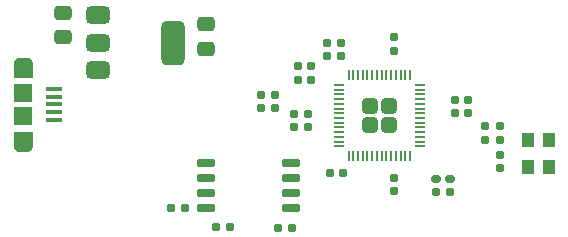
<source format=gbr>
%TF.GenerationSoftware,KiCad,Pcbnew,8.0.2*%
%TF.CreationDate,2024-06-30T02:03:35-06:00*%
%TF.ProjectId,2024_June_RP2040,32303234-5f4a-4756-9e65-5f5250323034,rev?*%
%TF.SameCoordinates,Original*%
%TF.FileFunction,Paste,Top*%
%TF.FilePolarity,Positive*%
%FSLAX46Y46*%
G04 Gerber Fmt 4.6, Leading zero omitted, Abs format (unit mm)*
G04 Created by KiCad (PCBNEW 8.0.2) date 2024-06-30 02:03:35*
%MOMM*%
%LPD*%
G01*
G04 APERTURE LIST*
G04 Aperture macros list*
%AMRoundRect*
0 Rectangle with rounded corners*
0 $1 Rounding radius*
0 $2 $3 $4 $5 $6 $7 $8 $9 X,Y pos of 4 corners*
0 Add a 4 corners polygon primitive as box body*
4,1,4,$2,$3,$4,$5,$6,$7,$8,$9,$2,$3,0*
0 Add four circle primitives for the rounded corners*
1,1,$1+$1,$2,$3*
1,1,$1+$1,$4,$5*
1,1,$1+$1,$6,$7*
1,1,$1+$1,$8,$9*
0 Add four rect primitives between the rounded corners*
20,1,$1+$1,$2,$3,$4,$5,0*
20,1,$1+$1,$4,$5,$6,$7,0*
20,1,$1+$1,$6,$7,$8,$9,0*
20,1,$1+$1,$8,$9,$2,$3,0*%
G04 Aperture macros list end*
%ADD10C,0.010000*%
%ADD11RoundRect,0.160000X-0.197500X-0.160000X0.197500X-0.160000X0.197500X0.160000X-0.197500X0.160000X0*%
%ADD12RoundRect,0.160000X0.222500X0.160000X-0.222500X0.160000X-0.222500X-0.160000X0.222500X-0.160000X0*%
%ADD13RoundRect,0.160000X-0.160000X0.197500X-0.160000X-0.197500X0.160000X-0.197500X0.160000X0.197500X0*%
%ADD14RoundRect,0.155000X0.155000X-0.212500X0.155000X0.212500X-0.155000X0.212500X-0.155000X-0.212500X0*%
%ADD15RoundRect,0.155000X-0.155000X0.212500X-0.155000X-0.212500X0.155000X-0.212500X0.155000X0.212500X0*%
%ADD16R,1.050000X1.300000*%
%ADD17RoundRect,0.160000X0.197500X0.160000X-0.197500X0.160000X-0.197500X-0.160000X0.197500X-0.160000X0*%
%ADD18RoundRect,0.155000X0.212500X0.155000X-0.212500X0.155000X-0.212500X-0.155000X0.212500X-0.155000X0*%
%ADD19RoundRect,0.150000X0.650000X0.150000X-0.650000X0.150000X-0.650000X-0.150000X0.650000X-0.150000X0*%
%ADD20R,1.350000X0.400000*%
%ADD21R,1.550000X1.500000*%
%ADD22RoundRect,0.155000X-0.212500X-0.155000X0.212500X-0.155000X0.212500X0.155000X-0.212500X0.155000X0*%
%ADD23RoundRect,0.249999X0.395001X-0.395001X0.395001X0.395001X-0.395001X0.395001X-0.395001X-0.395001X0*%
%ADD24RoundRect,0.050000X0.050000X-0.387500X0.050000X0.387500X-0.050000X0.387500X-0.050000X-0.387500X0*%
%ADD25RoundRect,0.050000X0.387500X-0.050000X0.387500X0.050000X-0.387500X0.050000X-0.387500X-0.050000X0*%
%ADD26RoundRect,0.375000X-0.625000X-0.375000X0.625000X-0.375000X0.625000X0.375000X-0.625000X0.375000X0*%
%ADD27RoundRect,0.500000X-0.500000X-1.400000X0.500000X-1.400000X0.500000X1.400000X-0.500000X1.400000X0*%
%ADD28RoundRect,0.250000X0.475000X-0.337500X0.475000X0.337500X-0.475000X0.337500X-0.475000X-0.337500X0*%
G04 APERTURE END LIST*
D10*
%TO.C,J2*%
X86094600Y-64900800D02*
X86120600Y-64902800D01*
X86146600Y-64905800D01*
X86172600Y-64910800D01*
X86197600Y-64916800D01*
X86223600Y-64923800D01*
X86247600Y-64932800D01*
X86271600Y-64942800D01*
X86295600Y-64953800D01*
X86318600Y-64966800D01*
X86340600Y-64980800D01*
X86362600Y-64994800D01*
X86383600Y-65010800D01*
X86403600Y-65027800D01*
X86422600Y-65045800D01*
X86440600Y-65064800D01*
X86457600Y-65084800D01*
X86473600Y-65105800D01*
X86487600Y-65127800D01*
X86501600Y-65149800D01*
X86514600Y-65172800D01*
X86525600Y-65196800D01*
X86535600Y-65220800D01*
X86544600Y-65244800D01*
X86551600Y-65270800D01*
X86557600Y-65295800D01*
X86562600Y-65321800D01*
X86565600Y-65347800D01*
X86567600Y-65373800D01*
X86568600Y-65399800D01*
X86568600Y-66544800D01*
X85018600Y-66544800D01*
X85018600Y-65399800D01*
X85019600Y-65373800D01*
X85021600Y-65347800D01*
X85024600Y-65321800D01*
X85029600Y-65295800D01*
X85035600Y-65270800D01*
X85042600Y-65244800D01*
X85051600Y-65220800D01*
X85061600Y-65196800D01*
X85072600Y-65172800D01*
X85085600Y-65149800D01*
X85099600Y-65127800D01*
X85113600Y-65105800D01*
X85129600Y-65084800D01*
X85146600Y-65064800D01*
X85164600Y-65045800D01*
X85183600Y-65027800D01*
X85203600Y-65010800D01*
X85224600Y-64994800D01*
X85246600Y-64980800D01*
X85268600Y-64966800D01*
X85291600Y-64953800D01*
X85315600Y-64942800D01*
X85339600Y-64932800D01*
X85363600Y-64923800D01*
X85389600Y-64916800D01*
X85414600Y-64910800D01*
X85440600Y-64905800D01*
X85466600Y-64902800D01*
X85492600Y-64900800D01*
X85518600Y-64899800D01*
X86068600Y-64899800D01*
X86094600Y-64900800D01*
G36*
X86094600Y-64900800D02*
G01*
X86120600Y-64902800D01*
X86146600Y-64905800D01*
X86172600Y-64910800D01*
X86197600Y-64916800D01*
X86223600Y-64923800D01*
X86247600Y-64932800D01*
X86271600Y-64942800D01*
X86295600Y-64953800D01*
X86318600Y-64966800D01*
X86340600Y-64980800D01*
X86362600Y-64994800D01*
X86383600Y-65010800D01*
X86403600Y-65027800D01*
X86422600Y-65045800D01*
X86440600Y-65064800D01*
X86457600Y-65084800D01*
X86473600Y-65105800D01*
X86487600Y-65127800D01*
X86501600Y-65149800D01*
X86514600Y-65172800D01*
X86525600Y-65196800D01*
X86535600Y-65220800D01*
X86544600Y-65244800D01*
X86551600Y-65270800D01*
X86557600Y-65295800D01*
X86562600Y-65321800D01*
X86565600Y-65347800D01*
X86567600Y-65373800D01*
X86568600Y-65399800D01*
X86568600Y-66544800D01*
X85018600Y-66544800D01*
X85018600Y-65399800D01*
X85019600Y-65373800D01*
X85021600Y-65347800D01*
X85024600Y-65321800D01*
X85029600Y-65295800D01*
X85035600Y-65270800D01*
X85042600Y-65244800D01*
X85051600Y-65220800D01*
X85061600Y-65196800D01*
X85072600Y-65172800D01*
X85085600Y-65149800D01*
X85099600Y-65127800D01*
X85113600Y-65105800D01*
X85129600Y-65084800D01*
X85146600Y-65064800D01*
X85164600Y-65045800D01*
X85183600Y-65027800D01*
X85203600Y-65010800D01*
X85224600Y-64994800D01*
X85246600Y-64980800D01*
X85268600Y-64966800D01*
X85291600Y-64953800D01*
X85315600Y-64942800D01*
X85339600Y-64932800D01*
X85363600Y-64923800D01*
X85389600Y-64916800D01*
X85414600Y-64910800D01*
X85440600Y-64905800D01*
X85466600Y-64902800D01*
X85492600Y-64900800D01*
X85518600Y-64899800D01*
X86068600Y-64899800D01*
X86094600Y-64900800D01*
G37*
X86568600Y-72289800D02*
X86567600Y-72315800D01*
X86565600Y-72341800D01*
X86562600Y-72367800D01*
X86557600Y-72393800D01*
X86551600Y-72418800D01*
X86544600Y-72444800D01*
X86535600Y-72468800D01*
X86525600Y-72492800D01*
X86514600Y-72516800D01*
X86501600Y-72539800D01*
X86487600Y-72561800D01*
X86473600Y-72583800D01*
X86457600Y-72604800D01*
X86440600Y-72624800D01*
X86422600Y-72643800D01*
X86403600Y-72661800D01*
X86383600Y-72678800D01*
X86362600Y-72694800D01*
X86340600Y-72708800D01*
X86318600Y-72722800D01*
X86295600Y-72735800D01*
X86271600Y-72746800D01*
X86247600Y-72756800D01*
X86223600Y-72765800D01*
X86197600Y-72772800D01*
X86172600Y-72778800D01*
X86146600Y-72783800D01*
X86120600Y-72786800D01*
X86094600Y-72788800D01*
X86068600Y-72789800D01*
X85518600Y-72789800D01*
X85492600Y-72788800D01*
X85466600Y-72786800D01*
X85440600Y-72783800D01*
X85414600Y-72778800D01*
X85389600Y-72772800D01*
X85363600Y-72765800D01*
X85339600Y-72756800D01*
X85315600Y-72746800D01*
X85291600Y-72735800D01*
X85268600Y-72722800D01*
X85246600Y-72708800D01*
X85224600Y-72694800D01*
X85203600Y-72678800D01*
X85183600Y-72661800D01*
X85164600Y-72643800D01*
X85146600Y-72624800D01*
X85129600Y-72604800D01*
X85113600Y-72583800D01*
X85099600Y-72561800D01*
X85085600Y-72539800D01*
X85072600Y-72516800D01*
X85061600Y-72492800D01*
X85051600Y-72468800D01*
X85042600Y-72444800D01*
X85035600Y-72418800D01*
X85029600Y-72393800D01*
X85024600Y-72367800D01*
X85021600Y-72341800D01*
X85019600Y-72315800D01*
X85018600Y-72289800D01*
X85018600Y-71144800D01*
X86568600Y-71144800D01*
X86568600Y-72289800D01*
G36*
X86568600Y-72289800D02*
G01*
X86567600Y-72315800D01*
X86565600Y-72341800D01*
X86562600Y-72367800D01*
X86557600Y-72393800D01*
X86551600Y-72418800D01*
X86544600Y-72444800D01*
X86535600Y-72468800D01*
X86525600Y-72492800D01*
X86514600Y-72516800D01*
X86501600Y-72539800D01*
X86487600Y-72561800D01*
X86473600Y-72583800D01*
X86457600Y-72604800D01*
X86440600Y-72624800D01*
X86422600Y-72643800D01*
X86403600Y-72661800D01*
X86383600Y-72678800D01*
X86362600Y-72694800D01*
X86340600Y-72708800D01*
X86318600Y-72722800D01*
X86295600Y-72735800D01*
X86271600Y-72746800D01*
X86247600Y-72756800D01*
X86223600Y-72765800D01*
X86197600Y-72772800D01*
X86172600Y-72778800D01*
X86146600Y-72783800D01*
X86120600Y-72786800D01*
X86094600Y-72788800D01*
X86068600Y-72789800D01*
X85518600Y-72789800D01*
X85492600Y-72788800D01*
X85466600Y-72786800D01*
X85440600Y-72783800D01*
X85414600Y-72778800D01*
X85389600Y-72772800D01*
X85363600Y-72765800D01*
X85339600Y-72756800D01*
X85315600Y-72746800D01*
X85291600Y-72735800D01*
X85268600Y-72722800D01*
X85246600Y-72708800D01*
X85224600Y-72694800D01*
X85203600Y-72678800D01*
X85183600Y-72661800D01*
X85164600Y-72643800D01*
X85146600Y-72624800D01*
X85129600Y-72604800D01*
X85113600Y-72583800D01*
X85099600Y-72561800D01*
X85085600Y-72539800D01*
X85072600Y-72516800D01*
X85061600Y-72492800D01*
X85051600Y-72468800D01*
X85042600Y-72444800D01*
X85035600Y-72418800D01*
X85029600Y-72393800D01*
X85024600Y-72367800D01*
X85021600Y-72341800D01*
X85019600Y-72315800D01*
X85018600Y-72289800D01*
X85018600Y-71144800D01*
X86568600Y-71144800D01*
X86568600Y-72289800D01*
G37*
%TD*%
D11*
%TO.C,R6*%
X120789100Y-76301600D03*
X121984100Y-76301600D03*
%TD*%
D12*
%TO.C,D1*%
X120802000Y-75133200D03*
X121947000Y-75133200D03*
%TD*%
D13*
%TO.C,R5*%
X124965400Y-70674900D03*
X124965400Y-71869900D03*
%TD*%
D14*
%TO.C,C17*%
X126212600Y-74227500D03*
X126212600Y-73092500D03*
%TD*%
D15*
%TO.C,C16*%
X126184600Y-70696200D03*
X126184600Y-71831200D03*
%TD*%
D16*
%TO.C,Y2*%
X128574800Y-74142600D03*
X128574800Y-71842600D03*
X130324800Y-71842600D03*
X130324800Y-74142600D03*
%TD*%
D17*
%TO.C,R4*%
X107137900Y-68046600D03*
X105942900Y-68046600D03*
%TD*%
%TO.C,R3*%
X105955500Y-69164200D03*
X107150500Y-69164200D03*
%TD*%
D11*
%TO.C,R2*%
X102170900Y-79248000D03*
X103365900Y-79248000D03*
%TD*%
D17*
%TO.C,R1*%
X107377900Y-79273400D03*
X108572900Y-79273400D03*
%TD*%
D18*
%TO.C,C11*%
X98365500Y-77622400D03*
X99500500Y-77622400D03*
%TD*%
D19*
%TO.C,U3*%
X108476600Y-77597000D03*
X108476600Y-76327000D03*
X108476600Y-75057000D03*
X108476600Y-73787000D03*
X101276600Y-73787000D03*
X101276600Y-75057000D03*
X101276600Y-76327000D03*
X101276600Y-77597000D03*
%TD*%
D20*
%TO.C,J2*%
X88468600Y-67544800D03*
X88468600Y-68194800D03*
X88468600Y-68844800D03*
X88468600Y-69494800D03*
X88468600Y-70144800D03*
D21*
X85793600Y-67844800D03*
X85793600Y-69844800D03*
%TD*%
D18*
%TO.C,C15*%
X108796200Y-70739000D03*
X109931200Y-70739000D03*
%TD*%
D22*
%TO.C,C14*%
X122351800Y-68478400D03*
X123486800Y-68478400D03*
%TD*%
D23*
%TO.C,U2*%
X115176400Y-70599200D03*
X116776400Y-70599200D03*
X115176400Y-68999200D03*
X116776400Y-68999200D03*
D24*
X113376400Y-73236700D03*
X113776400Y-73236700D03*
X114176400Y-73236700D03*
X114576400Y-73236700D03*
X114976400Y-73236700D03*
X115376400Y-73236700D03*
X115776400Y-73236700D03*
X116176400Y-73236700D03*
X116576400Y-73236700D03*
X116976400Y-73236700D03*
X117376400Y-73236700D03*
X117776400Y-73236700D03*
X118176400Y-73236700D03*
X118576400Y-73236700D03*
D25*
X119413900Y-72399200D03*
X119413900Y-71999200D03*
X119413900Y-71599200D03*
X119413900Y-71199200D03*
X119413900Y-70799200D03*
X119413900Y-70399200D03*
X119413900Y-69999200D03*
X119413900Y-69599200D03*
X119413900Y-69199200D03*
X119413900Y-68799200D03*
X119413900Y-68399200D03*
X119413900Y-67999200D03*
X119413900Y-67599200D03*
X119413900Y-67199200D03*
D24*
X118576400Y-66361700D03*
X118176400Y-66361700D03*
X117776400Y-66361700D03*
X117376400Y-66361700D03*
X116976400Y-66361700D03*
X116576400Y-66361700D03*
X116176400Y-66361700D03*
X115776400Y-66361700D03*
X115376400Y-66361700D03*
X114976400Y-66361700D03*
X114576400Y-66361700D03*
X114176400Y-66361700D03*
X113776400Y-66361700D03*
X113376400Y-66361700D03*
D25*
X112538900Y-67199200D03*
X112538900Y-67599200D03*
X112538900Y-67999200D03*
X112538900Y-68399200D03*
X112538900Y-68799200D03*
X112538900Y-69199200D03*
X112538900Y-69599200D03*
X112538900Y-69999200D03*
X112538900Y-70399200D03*
X112538900Y-70799200D03*
X112538900Y-71199200D03*
X112538900Y-71599200D03*
X112538900Y-71999200D03*
X112538900Y-72399200D03*
%TD*%
D26*
%TO.C,U1*%
X92176200Y-65913700D03*
D27*
X98476200Y-63613700D03*
D26*
X92176200Y-63613700D03*
X92176200Y-61313700D03*
%TD*%
D18*
%TO.C,C13*%
X109084300Y-65608200D03*
X110219300Y-65608200D03*
%TD*%
D22*
%TO.C,C12*%
X109084300Y-66776600D03*
X110219300Y-66776600D03*
%TD*%
%TO.C,C9*%
X122351800Y-69596000D03*
X123486800Y-69596000D03*
%TD*%
D18*
%TO.C,C8*%
X109931200Y-69621400D03*
X108796200Y-69621400D03*
%TD*%
%TO.C,C7*%
X112937100Y-74650600D03*
X111802100Y-74650600D03*
%TD*%
D15*
%TO.C,C6*%
X117246400Y-75073700D03*
X117246400Y-76208700D03*
%TD*%
D14*
%TO.C,C5*%
X117246400Y-64312800D03*
X117246400Y-63177800D03*
%TD*%
%TO.C,C4*%
X112750600Y-64778700D03*
X112750600Y-63643700D03*
%TD*%
%TO.C,C3*%
X111582200Y-63643700D03*
X111582200Y-64778700D03*
%TD*%
D28*
%TO.C,C2*%
X101269800Y-62056100D03*
X101269800Y-64131100D03*
%TD*%
%TO.C,C1*%
X89204800Y-63165900D03*
X89204800Y-61090900D03*
%TD*%
M02*

</source>
